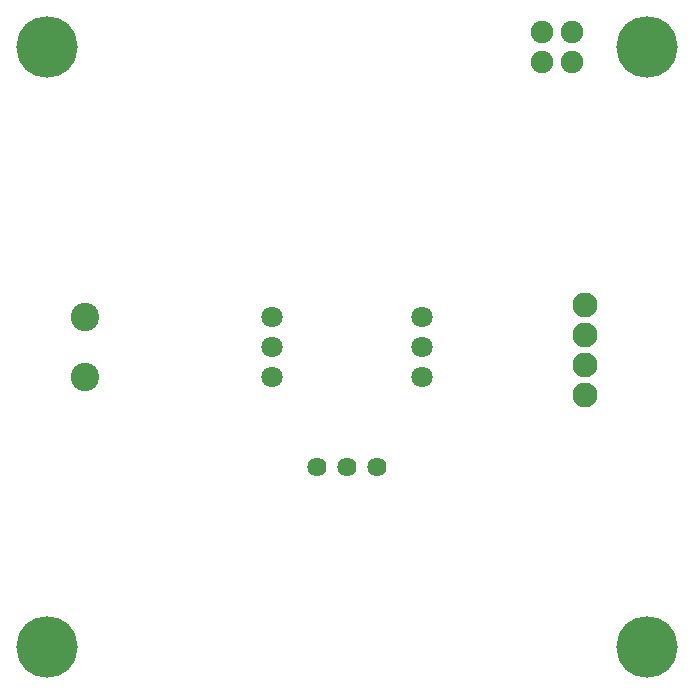
<source format=gbs>
G04 Layer: BottomSolderMaskLayer*
G04 Panelize: , Column: 2, Row: 2, Board Size: 58.42mm x 58.42mm, Panelized Board Size: 118.84mm x 118.84mm*
G04 EasyEDA v6.5.32, 2023-07-25 14:04:49*
G04 2db8e41404b945f8aa85a1d49205427a,5a6b42c53f6a479593ecc07194224c93,10*
G04 Gerber Generator version 0.2*
G04 Scale: 100 percent, Rotated: No, Reflected: No *
G04 Dimensions in millimeters *
G04 leading zeros omitted , absolute positions ,4 integer and 5 decimal *
%FSLAX45Y45*%
%MOMM*%

%ADD10C,2.4032*%
%ADD11C,1.8016*%
%ADD12C,1.6256*%
%ADD13C,5.2032*%
%ADD14C,1.9016*%
%ADD15C,2.1016*%

%LPD*%
D10*
G01*
X698500Y3175000D03*
G01*
X698500Y2667000D03*
D11*
G01*
X2286000Y2667000D03*
G01*
X2286000Y2921000D03*
G01*
X2286000Y3175000D03*
G01*
X3556000Y3175000D03*
G01*
X3556000Y2921000D03*
G01*
X3556000Y2667000D03*
D12*
G01*
X3175000Y1905000D03*
G01*
X2921000Y1905000D03*
G01*
X2667000Y1905000D03*
D13*
G01*
X381000Y5461000D03*
G01*
X5461000Y5461000D03*
G01*
X5461000Y381000D03*
G01*
X381000Y381000D03*
D14*
G01*
X4572000Y5588000D03*
G01*
X4572000Y5334000D03*
G01*
X4826000Y5334000D03*
G01*
X4826000Y5588000D03*
D15*
G01*
X4931206Y3020161D03*
G01*
X4931206Y2766161D03*
G01*
X4931206Y2512161D03*
G01*
X4931206Y3274161D03*
M02*

</source>
